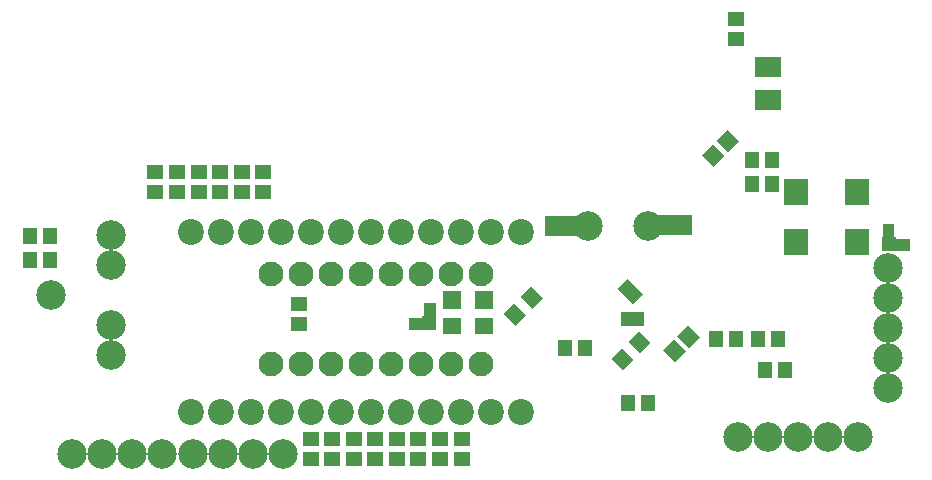
<source format=gbr>
%FSLAX34Y34*%
%MOMM*%
%LNSOLDERMASK_BOTTOM*%
G71*
G01*
%ADD10C, 2.10*%
%ADD11R, 1.30X1.40*%
%ADD12R, 1.40X1.30*%
%ADD13C, 2.20*%
%ADD14C, 2.50*%
%ADD15C, 2.50*%
%ADD16R, 1.60X1.40*%
%ADD17R, 1.60X1.60*%
%ADD18R, 1.00X1.20*%
%ADD19R, 1.20X1.20*%
%ADD20R, 1.20X1.00*%
%ADD21R, 2.20X1.80*%
%ADD22R, 2.00X2.20*%
%ADD23C, 2.50*%
%ADD24R, 3.70X1.70*%
%LPD*%
X235197Y663507D02*
G54D10*
D03*
X260597Y663507D02*
G54D10*
D03*
X235197Y739707D02*
G54D10*
D03*
X285997Y663508D02*
G54D10*
D03*
X260597Y739707D02*
G54D10*
D03*
X285997Y739707D02*
G54D10*
D03*
X311397Y739707D02*
G54D10*
D03*
X311397Y663507D02*
G54D10*
D03*
X336797Y663507D02*
G54D10*
D03*
X336797Y739707D02*
G54D10*
D03*
X362197Y663507D02*
G54D10*
D03*
X362197Y739707D02*
G54D10*
D03*
X387597Y663507D02*
G54D10*
D03*
X387597Y739707D02*
G54D10*
D03*
X412997Y663507D02*
G54D10*
D03*
X412997Y739707D02*
G54D10*
D03*
X412991Y663501D02*
G54D10*
D03*
X670256Y658416D02*
G54D11*
D03*
X653256Y658416D02*
G54D11*
D03*
X501188Y677466D02*
G54D11*
D03*
X484188Y677466D02*
G54D11*
D03*
X629088Y685113D02*
G54D11*
D03*
X612088Y685113D02*
G54D11*
D03*
X258762Y697772D02*
G54D12*
D03*
X258762Y714772D02*
G54D12*
D03*
X629084Y685119D02*
G54D11*
D03*
X501184Y677469D02*
G54D11*
D03*
X258764Y697769D02*
G54D12*
D03*
X446825Y622969D02*
G54D13*
D03*
X421425Y622969D02*
G54D13*
D03*
X396025Y622969D02*
G54D13*
D03*
X370625Y622969D02*
G54D13*
D03*
X345225Y622969D02*
G54D13*
D03*
X319825Y622969D02*
G54D13*
D03*
X294425Y622969D02*
G54D13*
D03*
X269025Y622969D02*
G54D13*
D03*
X243625Y622969D02*
G54D13*
D03*
X218225Y622969D02*
G54D13*
D03*
X192825Y622969D02*
G54D13*
D03*
X167425Y622969D02*
G54D13*
D03*
X167425Y775369D02*
G54D13*
D03*
X192825Y775369D02*
G54D13*
D03*
X218225Y775369D02*
G54D13*
D03*
X243625Y775369D02*
G54D13*
D03*
X269025Y775369D02*
G54D13*
D03*
X294425Y775369D02*
G54D13*
D03*
X319825Y775369D02*
G54D13*
D03*
X446825Y775369D02*
G54D13*
D03*
X421425Y775369D02*
G54D13*
D03*
X396025Y775369D02*
G54D13*
D03*
X370625Y775369D02*
G54D13*
D03*
X345225Y775369D02*
G54D13*
D03*
X167425Y622969D02*
G54D13*
D03*
X446821Y622971D02*
G54D13*
D03*
X167420Y622968D02*
G54D13*
D03*
X319820Y775369D02*
G54D13*
D03*
X319820Y775369D02*
G54D13*
D03*
X99682Y671508D02*
G54D14*
D03*
X99693Y696913D02*
G54D14*
D03*
X99693Y747713D02*
G54D15*
D03*
X99688Y773111D02*
G54D14*
D03*
X99693Y747716D02*
G54D14*
D03*
X48883Y722321D02*
G54D14*
D03*
X415617Y695961D02*
G54D16*
D03*
X415624Y718179D02*
G54D17*
D03*
X388233Y695961D02*
G54D16*
D03*
X388229Y718194D02*
G54D17*
D03*
X369704Y709929D02*
G54D18*
D03*
X368905Y698817D02*
G54D19*
D03*
X357792Y698023D02*
G54D20*
D03*
X536972Y702072D02*
G54D18*
D03*
X545703Y702072D02*
G54D18*
D03*
X630454Y601929D02*
G54D15*
D03*
X655856Y601928D02*
G54D15*
D03*
X681254Y601929D02*
G54D15*
D03*
X706656Y601928D02*
G54D15*
D03*
X732056Y601928D02*
G54D15*
D03*
G36*
X542261Y667530D02*
X533068Y658338D01*
X523169Y668238D01*
X532362Y677430D01*
X542261Y667530D01*
G37*
G36*
X556663Y681932D02*
X547470Y672740D01*
X537571Y682639D01*
X546764Y691832D01*
X556663Y681932D01*
G37*
X554369Y630634D02*
G54D11*
D03*
X537369Y630634D02*
G54D11*
D03*
X554365Y630638D02*
G54D11*
D03*
G36*
X567328Y675493D02*
X576521Y684684D01*
X586419Y674783D01*
X577226Y665592D01*
X567328Y675493D01*
G37*
G36*
X579348Y687509D02*
X588540Y696703D01*
X598440Y686804D01*
X589249Y677611D01*
X579348Y687509D01*
G37*
X647807Y685113D02*
G54D11*
D03*
X664807Y685113D02*
G54D11*
D03*
X647811Y685119D02*
G54D11*
D03*
X268852Y583635D02*
G54D12*
D03*
X268852Y600635D02*
G54D12*
D03*
X268850Y600638D02*
G54D12*
D03*
X287108Y583635D02*
G54D12*
D03*
X287108Y600635D02*
G54D12*
D03*
X287106Y600638D02*
G54D12*
D03*
X305364Y583635D02*
G54D12*
D03*
X305364Y600635D02*
G54D12*
D03*
X305362Y600638D02*
G54D12*
D03*
X323620Y583635D02*
G54D12*
D03*
X323620Y600635D02*
G54D12*
D03*
X323619Y600638D02*
G54D12*
D03*
X341877Y583635D02*
G54D12*
D03*
X341877Y600635D02*
G54D12*
D03*
X341875Y600638D02*
G54D12*
D03*
X360133Y583635D02*
G54D12*
D03*
X360133Y600635D02*
G54D12*
D03*
X360131Y600638D02*
G54D12*
D03*
X378389Y583635D02*
G54D12*
D03*
X378389Y600635D02*
G54D12*
D03*
X378387Y600638D02*
G54D12*
D03*
X396645Y583635D02*
G54D12*
D03*
X396645Y600635D02*
G54D12*
D03*
X396644Y600638D02*
G54D12*
D03*
X155742Y809457D02*
G54D12*
D03*
X155742Y826457D02*
G54D12*
D03*
X173998Y809457D02*
G54D12*
D03*
X173998Y826457D02*
G54D12*
D03*
X192255Y809457D02*
G54D12*
D03*
X192255Y826457D02*
G54D12*
D03*
X210511Y809457D02*
G54D12*
D03*
X210511Y826457D02*
G54D12*
D03*
X228767Y809457D02*
G54D12*
D03*
X228767Y826457D02*
G54D12*
D03*
X137486Y809457D02*
G54D12*
D03*
X137486Y826457D02*
G54D12*
D03*
X142871Y587769D02*
G54D15*
D03*
X66675Y587772D02*
G54D15*
D03*
X92075Y587772D02*
G54D15*
D03*
X117471Y587769D02*
G54D15*
D03*
X245662Y587769D02*
G54D15*
D03*
X169466Y587772D02*
G54D15*
D03*
X194866Y587772D02*
G54D15*
D03*
X220262Y587769D02*
G54D15*
D03*
X758100Y643725D02*
G54D15*
D03*
X758107Y669130D02*
G54D15*
D03*
X758107Y694530D02*
G54D15*
D03*
X758107Y719930D02*
G54D15*
D03*
X758103Y745329D02*
G54D15*
D03*
X758104Y719929D02*
G54D15*
D03*
X31188Y751516D02*
G54D11*
D03*
X48188Y751516D02*
G54D11*
D03*
X31185Y751514D02*
G54D11*
D03*
X31188Y772153D02*
G54D11*
D03*
X48188Y772153D02*
G54D11*
D03*
X31185Y772152D02*
G54D11*
D03*
G36*
X631276Y852189D02*
X622083Y842997D01*
X612184Y852896D01*
X621377Y862088D01*
X631276Y852189D01*
G37*
G36*
X619255Y840168D02*
X610063Y830976D01*
X600163Y840875D01*
X609356Y850068D01*
X619255Y840168D01*
G37*
G36*
X631272Y852195D02*
X622079Y843002D01*
X612180Y852902D01*
X621372Y862094D01*
X631272Y852195D01*
G37*
X659905Y836490D02*
G54D11*
D03*
X642905Y836490D02*
G54D11*
D03*
X659904Y836495D02*
G54D11*
D03*
X659905Y816249D02*
G54D11*
D03*
X642905Y816249D02*
G54D11*
D03*
X659904Y816255D02*
G54D11*
D03*
X656143Y886907D02*
G54D21*
D03*
X656143Y914907D02*
G54D21*
D03*
X629180Y955718D02*
G54D12*
D03*
X629180Y938718D02*
G54D12*
D03*
X629175Y955718D02*
G54D12*
D03*
G36*
X451377Y705233D02*
X442184Y696041D01*
X432285Y705941D01*
X441477Y715133D01*
X451377Y705233D01*
G37*
G36*
X465779Y719635D02*
X456586Y710443D01*
X446687Y720342D01*
X455879Y729535D01*
X465779Y719635D01*
G37*
X731836Y809625D02*
G54D22*
D03*
X680243Y809625D02*
G54D22*
D03*
X731836Y767159D02*
G54D22*
D03*
X680247Y767154D02*
G54D22*
D03*
G36*
X544044Y728885D02*
X535559Y720399D01*
X528488Y727470D01*
X536973Y735956D01*
X544044Y728885D01*
G37*
G36*
X550218Y722711D02*
X541733Y714225D01*
X534662Y721296D01*
X543147Y729782D01*
X550218Y722711D01*
G37*
X770088Y764395D02*
G54D20*
D03*
X758976Y765194D02*
G54D19*
D03*
G36*
X753182Y782307D02*
X763182Y782307D01*
X763182Y770307D01*
X753182Y770307D01*
X753182Y782307D01*
G37*
X554829Y781051D02*
G54D23*
D03*
X503832Y781050D02*
G54D23*
D03*
X485775Y781050D02*
G54D24*
D03*
X573191Y781172D02*
G54D24*
D03*
M02*

</source>
